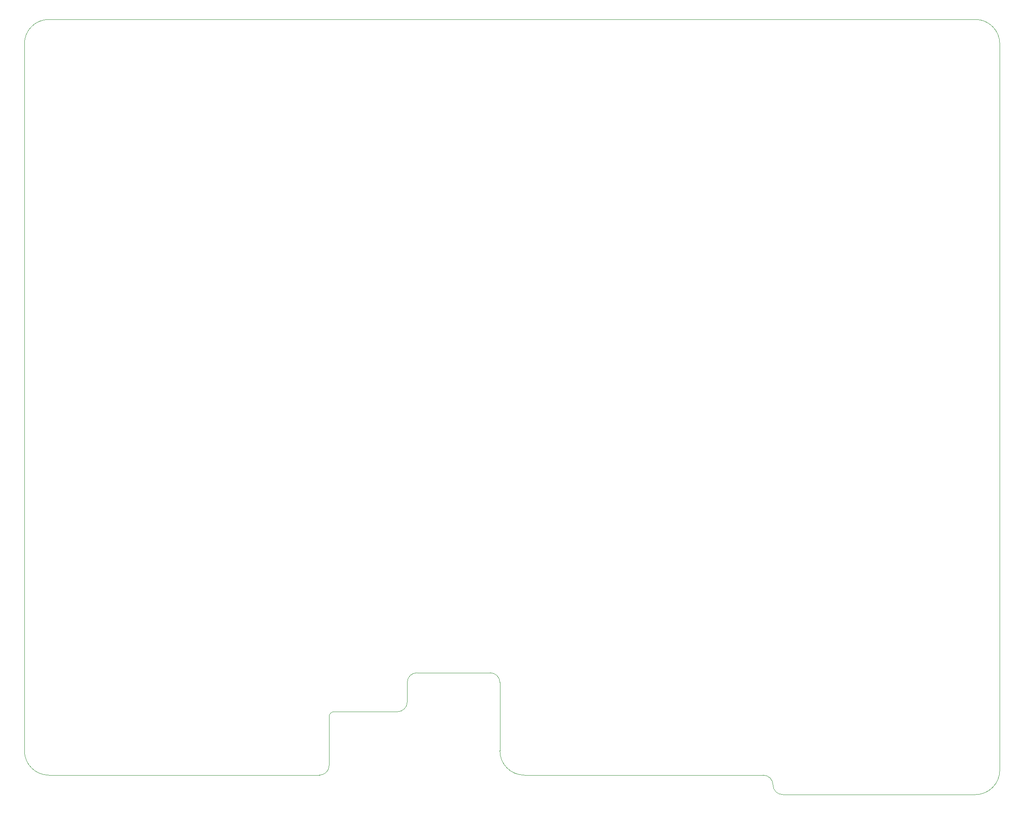
<source format=gbr>
G04 #@! TF.GenerationSoftware,KiCad,Pcbnew,5.1.5-52549c5~84~ubuntu18.04.1*
G04 #@! TF.CreationDate,2020-02-21T15:33:22+00:00*
G04 #@! TF.ProjectId,VCU_tester,5643555f-7465-4737-9465-722e6b696361,-*
G04 #@! TF.SameCoordinates,Original*
G04 #@! TF.FileFunction,Profile,NP*
%FSLAX46Y46*%
G04 Gerber Fmt 4.6, Leading zero omitted, Abs format (unit mm)*
G04 Created by KiCad (PCBNEW 5.1.5-52549c5~84~ubuntu18.04.1) date 2020-02-21 15:33:22*
%MOMM*%
%LPD*%
G04 APERTURE LIST*
%ADD10C,0.002540*%
G04 APERTURE END LIST*
D10*
X197500000Y20000000D02*
X197500000Y-129000000D01*
X148500000Y-130000000D02*
X149000000Y-130000000D01*
X158000000Y-134000000D02*
X153000000Y-134000000D01*
X153000000Y-134000000D02*
G75*
G02X151000000Y-132000000I0J2000000D01*
G01*
X149000000Y-130000000D02*
G75*
G02X151000000Y-132000000I0J-2000000D01*
G01*
X192500000Y-134000000D02*
X158000000Y-134000000D01*
X122500000Y-130000000D02*
X100000000Y-130000000D01*
X100000000Y-130000000D02*
G75*
G02X95000000Y-125000000I0J5000000D01*
G01*
X95000000Y-111000000D02*
X95000000Y-125000000D01*
X78000000Y-109000000D02*
X93000000Y-109000000D01*
X76000000Y-115000000D02*
X76000000Y-111000000D01*
X93000000Y-109000000D02*
G75*
G02X95000000Y-111000000I0J-2000000D01*
G01*
X76000000Y-111000000D02*
G75*
G02X78000000Y-109000000I2000000J0D01*
G01*
X74000000Y-117000000D02*
X70000000Y-117000000D01*
X76000000Y-115000000D02*
G75*
G02X74000000Y-117000000I-2000000J0D01*
G01*
X58000000Y-130000000D02*
X52500000Y-130000000D01*
X61000000Y-117000000D02*
X70000000Y-117000000D01*
X60000000Y-128000000D02*
X60000000Y-118000000D01*
X60000000Y-118000000D02*
G75*
G02X61000000Y-117000000I1000000J0D01*
G01*
X60000000Y-128000000D02*
G75*
G02X58000000Y-130000000I-2000000J0D01*
G01*
X148500000Y-130000000D02*
X122500000Y-130000000D01*
X-2500000Y17500000D02*
X-2500000Y20000000D01*
X192500000Y25000000D02*
X2500000Y25000000D01*
X192500000Y25000000D02*
G75*
G02X197500000Y20000000I0J-5000000D01*
G01*
X197500000Y-129000000D02*
G75*
G02X192500000Y-134000000I-5000000J0D01*
G01*
X2500000Y-130000000D02*
X52500000Y-130000000D01*
X2500000Y-130000000D02*
G75*
G02X-2500000Y-125000000I0J5000000D01*
G01*
X-2500000Y17500000D02*
X-2500000Y-125000000D01*
X-2500000Y20000000D02*
G75*
G02X2500000Y25000000I5000000J0D01*
G01*
M02*

</source>
